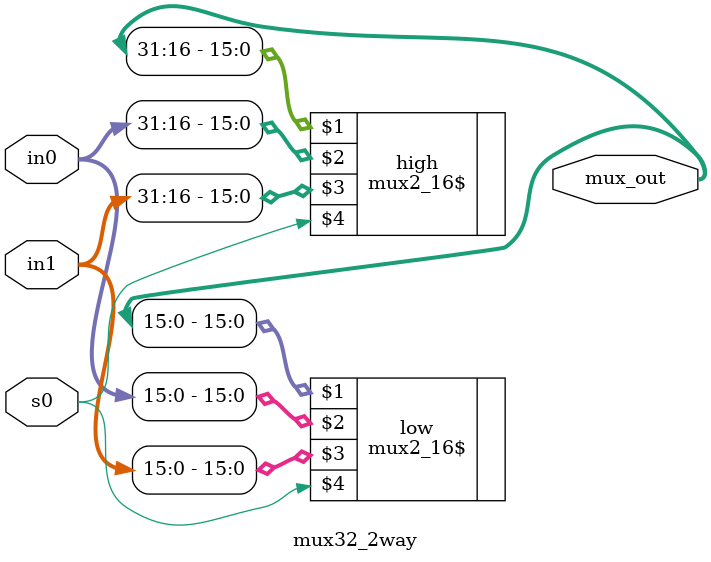
<source format=v>
module mux32_8way(mux_out, in0, in1, in2, in3, in4, in5, in6, in7, s0, s1, s2);
	output [31:0] mux_out;
	input [31:0] in0, in1, in2, in3, in4, in5, in6, in7;
	input s0, s1, s2;

	wire [31:0] low_result;
	wire [31:0] high_result;

	mux32_4way low_choices(low_result, in0, in1, in2, in3, s0, s1);
	mux32_4way high_choices(high_result, in4, in5, in6, in7, s0, s1);

	mux32_2way final_choices(mux_out, low_result, high_result, s2);

endmodule // mux32_8way

module mux32_4way (mux_out, in0, in1, in2, in3, s0, s1);
	output [31:0] mux_out;
	input [31:0] in0, in1, in2, in3;
	input s0, s1;

	mux4_16$ high(mux_out[31:16], in0[31:16], in1[31:16], in2[31:16], in3[31:16], s0, s1);
	mux4_16$ low(mux_out[15:0], in0[15:0], in1[15:0], in2[15:0], in3[15:0], s0, s1);

endmodule // mux32_4way

module mux32_2way (mux_out, in0, in1, s0);
	output [31:0] mux_out;
	input [31:0] in0, in1;
	input s0;

	mux2_16$ high(mux_out[31:16], in0[31:16], in1[31:16], s0);
	mux2_16$ low(mux_out[15:0], in0[15:0], in1[15:0], s0);

endmodule // mux32_2way
</source>
